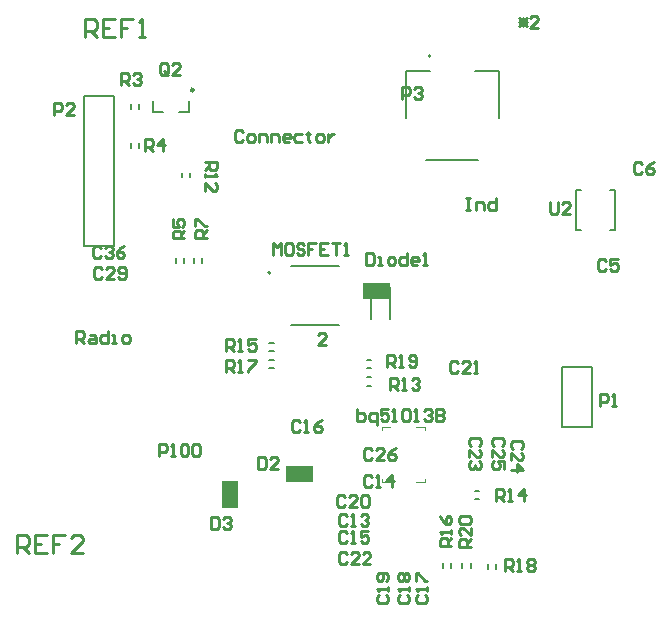
<source format=gto>
G04*
G04 #@! TF.GenerationSoftware,Altium Limited,Altium Designer,18.0.12 (696)*
G04*
G04 Layer_Color=65535*
%FSLAX44Y44*%
%MOMM*%
G71*
G01*
G75*
%ADD10C,0.1000*%
%ADD11C,0.0000*%
%ADD12C,0.2500*%
%ADD13C,0.2000*%
%ADD14C,0.1524*%
%ADD15C,0.1270*%
%ADD16C,0.2540*%
G36*
X526406Y290110D02*
X512772D01*
Y312896D01*
X526406D01*
Y290110D01*
D02*
G37*
G36*
X567582Y311964D02*
Y325598D01*
X590368D01*
Y311964D01*
X567582D01*
D02*
G37*
G36*
X655583Y480184D02*
Y466550D01*
X632797D01*
Y480184D01*
X655583D01*
D02*
G37*
D10*
X659750Y364110D02*
G03*
X659750Y364110I-500J0D01*
G01*
X648750Y356110D02*
Y358110D01*
X655750D01*
X677750D02*
X684750D01*
Y356110D02*
Y358110D01*
X648750Y312110D02*
Y314110D01*
Y312110D02*
X655750D01*
X677750D02*
X684750D01*
Y314110D01*
D11*
X690298Y672590D02*
G03*
X690298Y672590I-1270J0D01*
G01*
D12*
X489150Y643710D02*
G03*
X489150Y643710I-1250J0D01*
G01*
D13*
X554130Y488950D02*
G03*
X554130Y488950I-1000J0D01*
G01*
X479100Y569620D02*
Y573620D01*
X486100Y569620D02*
Y573620D01*
X496260Y497110D02*
Y501110D01*
X489260Y497110D02*
Y501110D01*
X481020Y497110D02*
Y501110D01*
X474020Y497110D02*
Y501110D01*
X553110Y414980D02*
X557110D01*
X553110Y407980D02*
X557110D01*
X745180Y238100D02*
Y242100D01*
X738180Y238100D02*
Y242100D01*
X635540Y400438D02*
X639540D01*
X635540Y393437D02*
X639540D01*
X826770Y358140D02*
Y408940D01*
X801370D02*
X826770D01*
X801370Y358140D02*
Y408940D01*
Y358140D02*
X826770D01*
X454900Y625460D02*
X462900D01*
X454900D02*
Y634460D01*
X476900Y625460D02*
X484900D01*
Y634460D01*
X442920Y594900D02*
Y598900D01*
X435920Y594900D02*
Y598900D01*
X442920Y627920D02*
Y631920D01*
X435920Y627920D02*
Y631920D01*
X396240Y511810D02*
X421640D01*
X396240D02*
Y638810D01*
X421640Y511810D02*
Y638810D01*
X396240D02*
X421640D01*
X552990Y422523D02*
X556990D01*
X552990Y429523D02*
X556990D01*
X635540Y414980D02*
X639540D01*
X635540Y407980D02*
X639540D01*
X707080Y239250D02*
Y243250D01*
X700080Y239250D02*
Y243250D01*
X726980Y297490D02*
X730980D01*
X726980Y304490D02*
X730980D01*
X716590Y239250D02*
Y243250D01*
X723590Y239250D02*
Y243250D01*
D14*
X812485Y558703D02*
X816803D01*
X841694Y525176D02*
X846012D01*
Y558703D01*
X841694D02*
X846012D01*
X812485Y525176D02*
Y558703D01*
Y525176D02*
X816803D01*
D15*
X747527Y620090D02*
Y660090D01*
X686028Y584090D02*
X730027D01*
X668528Y620090D02*
Y660090D01*
X689028D01*
X727028D02*
X747527D01*
X571820Y444900D02*
X611820D01*
X571820Y494900D02*
X611820D01*
X639582Y450050D02*
Y477050D01*
X655583Y450050D02*
Y477050D01*
D16*
X339979Y251841D02*
Y267076D01*
X347597D01*
X350136Y264537D01*
Y259459D01*
X347597Y256919D01*
X339979D01*
X345057D02*
X350136Y251841D01*
X365371Y267076D02*
X355214D01*
Y251841D01*
X365371D01*
X355214Y259459D02*
X360292D01*
X380606Y267076D02*
X370449D01*
Y259459D01*
X375527D01*
X370449D01*
Y251841D01*
X395841D02*
X385684D01*
X395841Y261998D01*
Y264537D01*
X393302Y267076D01*
X388223D01*
X385684Y264537D01*
X397129Y688721D02*
Y703956D01*
X404747D01*
X407286Y701417D01*
Y696339D01*
X404747Y693799D01*
X397129D01*
X402207D02*
X407286Y688721D01*
X422521Y703956D02*
X412364D01*
Y688721D01*
X422521D01*
X412364Y696339D02*
X417442D01*
X437756Y703956D02*
X427599D01*
Y696339D01*
X432677D01*
X427599D01*
Y688721D01*
X442834D02*
X447913D01*
X445373D01*
Y703956D01*
X442834Y701417D01*
X499110Y582930D02*
X509107D01*
Y577932D01*
X507441Y576265D01*
X504108D01*
X502442Y577932D01*
Y582930D01*
Y579598D02*
X499110Y576265D01*
Y572933D02*
Y569601D01*
Y571267D01*
X509107D01*
X507441Y572933D01*
X499110Y557938D02*
Y564603D01*
X505774Y557938D01*
X507441D01*
X509107Y559604D01*
Y562936D01*
X507441Y564603D01*
X720090Y552287D02*
X723422D01*
X721756D01*
Y542290D01*
X720090D01*
X723422D01*
X728421D02*
Y548955D01*
X733419D01*
X735085Y547288D01*
Y542290D01*
X745082Y552287D02*
Y542290D01*
X740084D01*
X738417Y543956D01*
Y547288D01*
X740084Y548955D01*
X745082D01*
X389890Y429260D02*
Y439257D01*
X394888D01*
X396554Y437591D01*
Y434258D01*
X394888Y432592D01*
X389890D01*
X393222D02*
X396554Y429260D01*
X401553Y435924D02*
X404885D01*
X406551Y434258D01*
Y429260D01*
X401553D01*
X399887Y430926D01*
X401553Y432592D01*
X406551D01*
X416548Y439257D02*
Y429260D01*
X411550D01*
X409884Y430926D01*
Y434258D01*
X411550Y435924D01*
X416548D01*
X419880Y429260D02*
X423213D01*
X421547D01*
Y435924D01*
X419880D01*
X429877Y429260D02*
X433209D01*
X434875Y430926D01*
Y434258D01*
X433209Y435924D01*
X429877D01*
X428211Y434258D01*
Y430926D01*
X429877Y429260D01*
X500380Y518160D02*
X490383D01*
Y523158D01*
X492049Y524824D01*
X495382D01*
X497048Y523158D01*
Y518160D01*
Y521492D02*
X500380Y524824D01*
X490383Y528157D02*
Y534821D01*
X492049D01*
X498714Y528157D01*
X500380D01*
X410524Y509981D02*
X408858Y511647D01*
X405526D01*
X403860Y509981D01*
Y503316D01*
X405526Y501650D01*
X408858D01*
X410524Y503316D01*
X413857Y509981D02*
X415523Y511647D01*
X418855D01*
X420521Y509981D01*
Y508315D01*
X418855Y506648D01*
X417189D01*
X418855D01*
X420521Y504982D01*
Y503316D01*
X418855Y501650D01*
X415523D01*
X413857Y503316D01*
X430518Y511647D02*
X427186Y509981D01*
X423854Y506648D01*
Y503316D01*
X425520Y501650D01*
X428852D01*
X430518Y503316D01*
Y504982D01*
X428852Y506648D01*
X423854D01*
X531175Y607771D02*
X529508Y609437D01*
X526176D01*
X524510Y607771D01*
Y601106D01*
X526176Y599440D01*
X529508D01*
X531175Y601106D01*
X536173Y599440D02*
X539505D01*
X541171Y601106D01*
Y604438D01*
X539505Y606105D01*
X536173D01*
X534507Y604438D01*
Y601106D01*
X536173Y599440D01*
X544504D02*
Y606105D01*
X549502D01*
X551168Y604438D01*
Y599440D01*
X554500D02*
Y606105D01*
X559499D01*
X561165Y604438D01*
Y599440D01*
X569496D02*
X566163D01*
X564497Y601106D01*
Y604438D01*
X566163Y606105D01*
X569496D01*
X571162Y604438D01*
Y602772D01*
X564497D01*
X581158Y606105D02*
X576160D01*
X574494Y604438D01*
Y601106D01*
X576160Y599440D01*
X581158D01*
X586157Y607771D02*
Y606105D01*
X584491D01*
X587823D01*
X586157D01*
Y601106D01*
X587823Y599440D01*
X594487D02*
X597820D01*
X599486Y601106D01*
Y604438D01*
X597820Y606105D01*
X594487D01*
X592821Y604438D01*
Y601106D01*
X594487Y599440D01*
X602818Y606105D02*
Y599440D01*
Y602772D01*
X604484Y604438D01*
X606150Y606105D01*
X607817D01*
X370840Y622300D02*
Y632297D01*
X375838D01*
X377505Y630631D01*
Y627298D01*
X375838Y625632D01*
X370840D01*
X387501Y622300D02*
X380837D01*
X387501Y628965D01*
Y630631D01*
X385835Y632297D01*
X382503D01*
X380837Y630631D01*
X627380Y373217D02*
Y363220D01*
X632378D01*
X634044Y364886D01*
Y366552D01*
Y368218D01*
X632378Y369884D01*
X627380D01*
X644041Y359888D02*
Y369884D01*
X639043D01*
X637377Y368218D01*
Y364886D01*
X639043Y363220D01*
X644041D01*
X654038Y373217D02*
X647374D01*
Y368218D01*
X650706Y369884D01*
X652372D01*
X654038Y368218D01*
Y364886D01*
X652372Y363220D01*
X649040D01*
X647374Y364886D01*
X657370Y363220D02*
X660703D01*
X659036D01*
Y373217D01*
X657370Y371551D01*
X665701D02*
X667367Y373217D01*
X670699D01*
X672365Y371551D01*
Y364886D01*
X670699Y363220D01*
X667367D01*
X665701Y364886D01*
Y371551D01*
X675698Y363220D02*
X679030D01*
X677364D01*
Y373217D01*
X675698Y371551D01*
X684028D02*
X685695Y373217D01*
X689027D01*
X690693Y371551D01*
Y369884D01*
X689027Y368218D01*
X687361D01*
X689027D01*
X690693Y366552D01*
Y364886D01*
X689027Y363220D01*
X685695D01*
X684028Y364886D01*
X694025Y373217D02*
Y363220D01*
X699024D01*
X700690Y364886D01*
Y366552D01*
X699024Y368218D01*
X694025D01*
X699024D01*
X700690Y369884D01*
Y371551D01*
X699024Y373217D01*
X694025D01*
X791210Y548477D02*
Y540146D01*
X792876Y538480D01*
X796208D01*
X797875Y540146D01*
Y548477D01*
X807871Y538480D02*
X801207D01*
X807871Y545145D01*
Y546811D01*
X806205Y548477D01*
X802873D01*
X801207Y546811D01*
X504190Y281777D02*
Y271780D01*
X509188D01*
X510854Y273446D01*
Y280111D01*
X509188Y281777D01*
X504190D01*
X514187Y280111D02*
X515853Y281777D01*
X519185D01*
X520851Y280111D01*
Y278444D01*
X519185Y276778D01*
X517519D01*
X519185D01*
X520851Y275112D01*
Y273446D01*
X519185Y271780D01*
X515853D01*
X514187Y273446D01*
X543560Y332577D02*
Y322580D01*
X548558D01*
X550224Y324246D01*
Y330911D01*
X548558Y332577D01*
X543560D01*
X560221Y322580D02*
X553557D01*
X560221Y329244D01*
Y330911D01*
X558555Y332577D01*
X555223D01*
X553557Y330911D01*
X730961Y342585D02*
X732627Y344252D01*
Y347584D01*
X730961Y349250D01*
X724296D01*
X722630Y347584D01*
Y344252D01*
X724296Y342585D01*
X722630Y332589D02*
Y339253D01*
X729295Y332589D01*
X730961D01*
X732627Y334255D01*
Y337587D01*
X730961Y339253D01*
Y329256D02*
X732627Y327590D01*
Y324258D01*
X730961Y322592D01*
X729295D01*
X727628Y324258D01*
Y325924D01*
Y324258D01*
X725962Y322592D01*
X724296D01*
X722630Y324258D01*
Y327590D01*
X724296Y329256D01*
X678739Y216215D02*
X677073Y214548D01*
Y211216D01*
X678739Y209550D01*
X685404D01*
X687070Y211216D01*
Y214548D01*
X685404Y216215D01*
X687070Y219547D02*
Y222879D01*
Y221213D01*
X677073D01*
X678739Y219547D01*
X677073Y227877D02*
Y234542D01*
X678739D01*
X685404Y227877D01*
X687070D01*
X750011Y342585D02*
X751677Y344252D01*
Y347584D01*
X750011Y349250D01*
X743346D01*
X741680Y347584D01*
Y344252D01*
X743346Y342585D01*
X741680Y332589D02*
Y339253D01*
X748344Y332589D01*
X750011D01*
X751677Y334255D01*
Y337587D01*
X750011Y339253D01*
X751677Y322592D02*
Y329256D01*
X746678D01*
X748344Y325924D01*
Y324258D01*
X746678Y322592D01*
X743346D01*
X741680Y324258D01*
Y327590D01*
X743346Y329256D01*
X712785Y412191D02*
X711118Y413857D01*
X707786D01*
X706120Y412191D01*
Y405526D01*
X707786Y403860D01*
X711118D01*
X712785Y405526D01*
X722781Y403860D02*
X716117D01*
X722781Y410524D01*
Y412191D01*
X721115Y413857D01*
X717783D01*
X716117Y412191D01*
X726114Y403860D02*
X729446D01*
X727780D01*
Y413857D01*
X726114Y412191D01*
X459740Y334010D02*
Y344007D01*
X464738D01*
X466404Y342341D01*
Y339008D01*
X464738Y337342D01*
X459740D01*
X469737Y334010D02*
X473069D01*
X471403D01*
Y344007D01*
X469737Y342341D01*
X478067D02*
X479734Y344007D01*
X483066D01*
X484732Y342341D01*
Y335676D01*
X483066Y334010D01*
X479734D01*
X478067Y335676D01*
Y342341D01*
X488064D02*
X489730Y344007D01*
X493063D01*
X494729Y342341D01*
Y335676D01*
X493063Y334010D01*
X489730D01*
X488064Y335676D01*
Y342341D01*
X411795Y492201D02*
X410128Y493867D01*
X406796D01*
X405130Y492201D01*
Y485536D01*
X406796Y483870D01*
X410128D01*
X411795Y485536D01*
X421791Y483870D02*
X415127D01*
X421791Y490535D01*
Y492201D01*
X420125Y493867D01*
X416793D01*
X415127Y492201D01*
X425124Y485536D02*
X426790Y483870D01*
X430122D01*
X431788Y485536D01*
Y492201D01*
X430122Y493867D01*
X426790D01*
X425124Y492201D01*
Y490535D01*
X426790Y488868D01*
X431788D01*
X665480Y636270D02*
Y646267D01*
X670478D01*
X672144Y644601D01*
Y641268D01*
X670478Y639602D01*
X665480D01*
X675477Y644601D02*
X677143Y646267D01*
X680475D01*
X682141Y644601D01*
Y642934D01*
X680475Y641268D01*
X678809D01*
X680475D01*
X682141Y639602D01*
Y637936D01*
X680475Y636270D01*
X677143D01*
X675477Y637936D01*
X723900Y256540D02*
X713903D01*
Y261538D01*
X715569Y263204D01*
X718902D01*
X720568Y261538D01*
Y256540D01*
Y259872D02*
X723900Y263204D01*
Y273201D02*
Y266537D01*
X717235Y273201D01*
X715569D01*
X713903Y271535D01*
Y268203D01*
X715569Y266537D01*
Y276534D02*
X713903Y278200D01*
Y281532D01*
X715569Y283198D01*
X722234D01*
X723900Y281532D01*
Y278200D01*
X722234Y276534D01*
X715569D01*
X652780Y408940D02*
Y418937D01*
X657778D01*
X659445Y417271D01*
Y413938D01*
X657778Y412272D01*
X652780D01*
X656112D02*
X659445Y408940D01*
X662777D02*
X666109D01*
X664443D01*
Y418937D01*
X662777Y417271D01*
X671107Y410606D02*
X672774Y408940D01*
X676106D01*
X677772Y410606D01*
Y417271D01*
X676106Y418937D01*
X672774D01*
X671107Y417271D01*
Y415605D01*
X672774Y413938D01*
X677772D01*
X753110Y236220D02*
Y246217D01*
X758108D01*
X759774Y244551D01*
Y241218D01*
X758108Y239552D01*
X753110D01*
X756442D02*
X759774Y236220D01*
X763107D02*
X766439D01*
X764773D01*
Y246217D01*
X763107Y244551D01*
X771437D02*
X773104Y246217D01*
X776436D01*
X778102Y244551D01*
Y242885D01*
X776436Y241218D01*
X778102Y239552D01*
Y237886D01*
X776436Y236220D01*
X773104D01*
X771437Y237886D01*
Y239552D01*
X773104Y241218D01*
X771437Y242885D01*
Y244551D01*
X773104Y241218D02*
X776436D01*
X516890Y405130D02*
Y415127D01*
X521888D01*
X523554Y413461D01*
Y410128D01*
X521888Y408462D01*
X516890D01*
X520222D02*
X523554Y405130D01*
X526887D02*
X530219D01*
X528553D01*
Y415127D01*
X526887Y413461D01*
X535217Y415127D02*
X541882D01*
Y413461D01*
X535217Y406796D01*
Y405130D01*
X707390Y257810D02*
X697393D01*
Y262808D01*
X699059Y264475D01*
X702392D01*
X704058Y262808D01*
Y257810D01*
Y261142D02*
X707390Y264475D01*
Y267807D02*
Y271139D01*
Y269473D01*
X697393D01*
X699059Y267807D01*
X697393Y282802D02*
X699059Y279470D01*
X702392Y276137D01*
X705724D01*
X707390Y277804D01*
Y281136D01*
X705724Y282802D01*
X704058D01*
X702392Y281136D01*
Y276137D01*
X516890Y422910D02*
Y432907D01*
X521888D01*
X523554Y431241D01*
Y427908D01*
X521888Y426242D01*
X516890D01*
X520222D02*
X523554Y422910D01*
X526887D02*
X530219D01*
X528553D01*
Y432907D01*
X526887Y431241D01*
X541882Y432907D02*
X535217D01*
Y427908D01*
X538550Y429575D01*
X540216D01*
X541882Y427908D01*
Y424576D01*
X540216Y422910D01*
X536884D01*
X535217Y424576D01*
X745490Y295910D02*
Y305907D01*
X750488D01*
X752154Y304241D01*
Y300908D01*
X750488Y299242D01*
X745490D01*
X748822D02*
X752154Y295910D01*
X755487D02*
X758819D01*
X757153D01*
Y305907D01*
X755487Y304241D01*
X768816Y295910D02*
Y305907D01*
X763817Y300908D01*
X770482D01*
X655320Y389890D02*
Y399887D01*
X660318D01*
X661984Y398221D01*
Y394888D01*
X660318Y393222D01*
X655320D01*
X658652D02*
X661984Y389890D01*
X665317D02*
X668649D01*
X666983D01*
Y399887D01*
X665317Y398221D01*
X673647D02*
X675314Y399887D01*
X678646D01*
X680312Y398221D01*
Y396554D01*
X678646Y394888D01*
X676980D01*
X678646D01*
X680312Y393222D01*
Y391556D01*
X678646Y389890D01*
X675314D01*
X673647Y391556D01*
X481330Y518040D02*
X471333D01*
Y523038D01*
X472999Y524705D01*
X476332D01*
X477998Y523038D01*
Y518040D01*
Y521372D02*
X481330Y524705D01*
X471333Y534701D02*
Y528037D01*
X476332D01*
X474665Y531369D01*
Y533035D01*
X476332Y534701D01*
X479664D01*
X481330Y533035D01*
Y529703D01*
X479664Y528037D01*
X448310Y591820D02*
Y601817D01*
X453308D01*
X454975Y600151D01*
Y596818D01*
X453308Y595152D01*
X448310D01*
X451642D02*
X454975Y591820D01*
X463305D02*
Y601817D01*
X458307Y596818D01*
X464971D01*
X427990Y647700D02*
Y657697D01*
X432988D01*
X434655Y656031D01*
Y652698D01*
X432988Y651032D01*
X427990D01*
X431322D02*
X434655Y647700D01*
X437987Y656031D02*
X439653Y657697D01*
X442985D01*
X444651Y656031D01*
Y654364D01*
X442985Y652698D01*
X441319D01*
X442985D01*
X444651Y651032D01*
Y649366D01*
X442985Y647700D01*
X439653D01*
X437987Y649366D01*
X467674Y658256D02*
Y664921D01*
X466008Y666587D01*
X462676D01*
X461010Y664921D01*
Y658256D01*
X462676Y656590D01*
X466008D01*
X464342Y659922D02*
X467674Y656590D01*
X466008D02*
X467674Y658256D01*
X477671Y656590D02*
X471007D01*
X477671Y663254D01*
Y664921D01*
X476005Y666587D01*
X472673D01*
X471007Y664921D01*
X833120Y375920D02*
Y385917D01*
X838118D01*
X839784Y384251D01*
Y380918D01*
X838118Y379252D01*
X833120D01*
X843117Y375920D02*
X846449D01*
X844783D01*
Y385917D01*
X843117Y384251D01*
X556260Y504190D02*
Y514187D01*
X559592Y510854D01*
X562924Y514187D01*
Y504190D01*
X571255Y514187D02*
X567923D01*
X566257Y512521D01*
Y505856D01*
X567923Y504190D01*
X571255D01*
X572921Y505856D01*
Y512521D01*
X571255Y514187D01*
X582918Y512521D02*
X581252Y514187D01*
X577920D01*
X576254Y512521D01*
Y510854D01*
X577920Y509188D01*
X581252D01*
X582918Y507522D01*
Y505856D01*
X581252Y504190D01*
X577920D01*
X576254Y505856D01*
X592915Y514187D02*
X586250D01*
Y509188D01*
X589583D01*
X586250D01*
Y504190D01*
X602912Y514187D02*
X596247D01*
Y504190D01*
X602912D01*
X596247Y509188D02*
X599579D01*
X606244Y514187D02*
X612908D01*
X609576D01*
Y504190D01*
X616241D02*
X619573D01*
X617907D01*
Y514187D01*
X616241Y512521D01*
X635000Y505297D02*
Y495300D01*
X639998D01*
X641665Y496966D01*
Y503631D01*
X639998Y505297D01*
X635000D01*
X644997Y495300D02*
X648329D01*
X646663D01*
Y501964D01*
X644997D01*
X654994Y495300D02*
X658326D01*
X659992Y496966D01*
Y500298D01*
X658326Y501964D01*
X654994D01*
X653327Y500298D01*
Y496966D01*
X654994Y495300D01*
X669989Y505297D02*
Y495300D01*
X664990D01*
X663324Y496966D01*
Y500298D01*
X664990Y501964D01*
X669989D01*
X678319Y495300D02*
X674987D01*
X673321Y496966D01*
Y500298D01*
X674987Y501964D01*
X678319D01*
X679986Y500298D01*
Y498632D01*
X673321D01*
X683318Y495300D02*
X686650D01*
X684984D01*
Y505297D01*
X683318Y503631D01*
X640395Y338531D02*
X638728Y340197D01*
X635396D01*
X633730Y338531D01*
Y331866D01*
X635396Y330200D01*
X638728D01*
X640395Y331866D01*
X650391Y330200D02*
X643727D01*
X650391Y336865D01*
Y338531D01*
X648725Y340197D01*
X645393D01*
X643727Y338531D01*
X660388Y340197D02*
X657056Y338531D01*
X653724Y335198D01*
Y331866D01*
X655390Y330200D01*
X658722D01*
X660388Y331866D01*
Y333532D01*
X658722Y335198D01*
X653724D01*
X766521Y340046D02*
X768187Y341712D01*
Y345044D01*
X766521Y346710D01*
X759856D01*
X758190Y345044D01*
Y341712D01*
X759856Y340046D01*
X758190Y330049D02*
Y336713D01*
X764855Y330049D01*
X766521D01*
X768187Y331715D01*
Y335047D01*
X766521Y336713D01*
X758190Y321718D02*
X768187D01*
X763188Y326716D01*
Y320052D01*
X618805Y250901D02*
X617138Y252567D01*
X613806D01*
X612140Y250901D01*
Y244236D01*
X613806Y242570D01*
X617138D01*
X618805Y244236D01*
X628801Y242570D02*
X622137D01*
X628801Y249235D01*
Y250901D01*
X627135Y252567D01*
X623803D01*
X622137Y250901D01*
X638798Y242570D02*
X632134D01*
X638798Y249235D01*
Y250901D01*
X637132Y252567D01*
X633800D01*
X632134Y250901D01*
X617534Y299161D02*
X615868Y300827D01*
X612536D01*
X610870Y299161D01*
Y292496D01*
X612536Y290830D01*
X615868D01*
X617534Y292496D01*
X627531Y290830D02*
X620867D01*
X627531Y297495D01*
Y299161D01*
X625865Y300827D01*
X622533D01*
X620867Y299161D01*
X630864D02*
X632530Y300827D01*
X635862D01*
X637528Y299161D01*
Y292496D01*
X635862Y290830D01*
X632530D01*
X630864Y292496D01*
Y299161D01*
X645719Y216215D02*
X644053Y214548D01*
Y211216D01*
X645719Y209550D01*
X652384D01*
X654050Y211216D01*
Y214548D01*
X652384Y216215D01*
X654050Y219547D02*
Y222879D01*
Y221213D01*
X644053D01*
X645719Y219547D01*
X652384Y227877D02*
X654050Y229544D01*
Y232876D01*
X652384Y234542D01*
X645719D01*
X644053Y232876D01*
Y229544D01*
X645719Y227877D01*
X647385D01*
X649052Y229544D01*
Y234542D01*
X663499Y216215D02*
X661833Y214548D01*
Y211216D01*
X663499Y209550D01*
X670164D01*
X671830Y211216D01*
Y214548D01*
X670164Y216215D01*
X671830Y219547D02*
Y222879D01*
Y221213D01*
X661833D01*
X663499Y219547D01*
Y227877D02*
X661833Y229544D01*
Y232876D01*
X663499Y234542D01*
X665165D01*
X666832Y232876D01*
X668498Y234542D01*
X670164D01*
X671830Y232876D01*
Y229544D01*
X670164Y227877D01*
X668498D01*
X666832Y229544D01*
X665165Y227877D01*
X663499D01*
X666832Y229544D02*
Y232876D01*
X579435Y362661D02*
X577768Y364327D01*
X574436D01*
X572770Y362661D01*
Y355996D01*
X574436Y354330D01*
X577768D01*
X579435Y355996D01*
X582767Y354330D02*
X586099D01*
X584433D01*
Y364327D01*
X582767Y362661D01*
X597762Y364327D02*
X594430Y362661D01*
X591097Y359328D01*
Y355996D01*
X592764Y354330D01*
X596096D01*
X597762Y355996D01*
Y357662D01*
X596096Y359328D01*
X591097D01*
X618805Y268681D02*
X617138Y270347D01*
X613806D01*
X612140Y268681D01*
Y262016D01*
X613806Y260350D01*
X617138D01*
X618805Y262016D01*
X622137Y260350D02*
X625469D01*
X623803D01*
Y270347D01*
X622137Y268681D01*
X637132Y270347D02*
X630467D01*
Y265348D01*
X633800Y267015D01*
X635466D01*
X637132Y265348D01*
Y262016D01*
X635466Y260350D01*
X632134D01*
X630467Y262016D01*
X640395Y315671D02*
X638728Y317337D01*
X635396D01*
X633730Y315671D01*
Y309006D01*
X635396Y307340D01*
X638728D01*
X640395Y309006D01*
X643727Y307340D02*
X647059D01*
X645393D01*
Y317337D01*
X643727Y315671D01*
X657056Y307340D02*
Y317337D01*
X652057Y312338D01*
X658722D01*
X618805Y282651D02*
X617138Y284317D01*
X613806D01*
X612140Y282651D01*
Y275986D01*
X613806Y274320D01*
X617138D01*
X618805Y275986D01*
X622137Y274320D02*
X625469D01*
X623803D01*
Y284317D01*
X622137Y282651D01*
X630467D02*
X632134Y284317D01*
X635466D01*
X637132Y282651D01*
Y280984D01*
X635466Y279318D01*
X633800D01*
X635466D01*
X637132Y277652D01*
Y275986D01*
X635466Y274320D01*
X632134D01*
X630467Y275986D01*
X868995Y581101D02*
X867328Y582767D01*
X863996D01*
X862330Y581101D01*
Y574436D01*
X863996Y572770D01*
X867328D01*
X868995Y574436D01*
X878991Y582767D02*
X875659Y581101D01*
X872327Y577768D01*
Y574436D01*
X873993Y572770D01*
X877325D01*
X878991Y574436D01*
Y576102D01*
X877325Y577768D01*
X872327D01*
X838514Y498551D02*
X836848Y500217D01*
X833516D01*
X831850Y498551D01*
Y491886D01*
X833516Y490220D01*
X836848D01*
X838514Y491886D01*
X848511Y500217D02*
X841847D01*
Y495218D01*
X845179Y496884D01*
X846845D01*
X848511Y495218D01*
Y491886D01*
X846845Y490220D01*
X843513D01*
X841847Y491886D01*
X601025Y427990D02*
X594360D01*
X601025Y434655D01*
Y436321D01*
X599358Y437987D01*
X596026D01*
X594360Y436321D01*
X764286Y704799D02*
X770950Y698134D01*
X764286D02*
X770950Y704799D01*
X764286Y701466D02*
X770950D01*
X767618Y698134D02*
Y704799D01*
X780947Y696468D02*
X774283D01*
X780947Y703132D01*
Y704799D01*
X779281Y706465D01*
X775949D01*
X774283Y704799D01*
M02*

</source>
